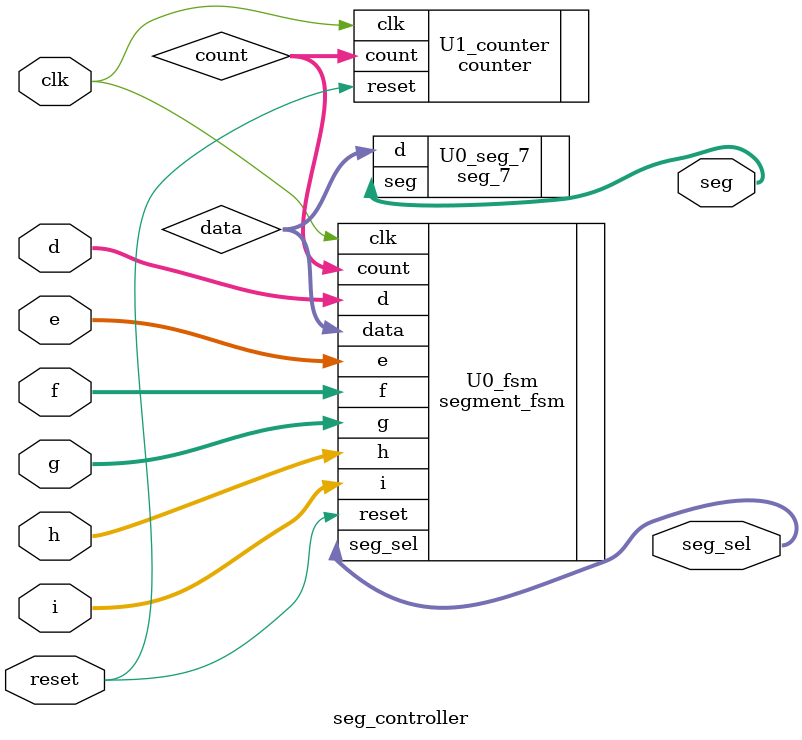
<source format=v>
`timescale 1ns / 1ps


module seg_controller(clk, reset, d, e, f, g, h, i, seg, seg_sel);

input clk;
input reset;
input [3:0] d, e, f, g, h, i;
output [7:0] seg;
output [5:0] seg_sel;

parameter N = 10;
wire [N-1:0] count;
wire [3:0] data;

counter U1_counter(.clk(clk), .reset(reset), .count(count));
segment_fsm     U0_fsm(.clk(clk), .reset(reset), .d(d), .e(e), .f(f), .g(g), .h(h), .i(i),.count(count),      .data(data), .seg_sel(seg_sel));
seg_7   U0_seg_7(.d(data), .seg(seg));

endmodule

</source>
